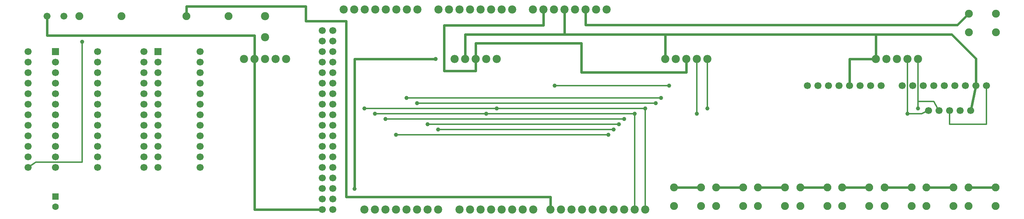
<source format=gbl>
G04 MADE WITH FRITZING*
G04 WWW.FRITZING.ORG*
G04 DOUBLE SIDED*
G04 HOLES PLATED*
G04 CONTOUR ON CENTER OF CONTOUR VECTOR*
%ASAXBY*%
%FSLAX23Y23*%
%MOIN*%
%OFA0B0*%
%SFA1.0B1.0*%
%ADD10C,0.039370*%
%ADD11C,0.066929*%
%ADD12C,0.062992*%
%ADD13C,0.075000*%
%ADD14C,0.066000*%
%ADD15C,0.078000*%
%ADD16R,0.066929X0.066929*%
%ADD17R,0.062992X0.062992*%
%ADD18C,0.012000*%
%ADD19C,0.024000*%
%LNCOPPER0*%
G90*
G70*
G54D10*
X5152Y1275D03*
X6237Y1273D03*
G54D11*
X7550Y1275D03*
X7650Y1275D03*
X7750Y1275D03*
X7850Y1275D03*
X7950Y1275D03*
X8050Y1275D03*
X8150Y1275D03*
X8250Y1275D03*
X7550Y1275D03*
X7650Y1275D03*
X7750Y1275D03*
X7850Y1275D03*
X7950Y1275D03*
X8050Y1275D03*
X8150Y1275D03*
X8250Y1275D03*
G54D10*
X6110Y1107D03*
X6160Y1157D03*
X3746Y1157D03*
X3846Y1106D03*
G54D11*
X8701Y1037D03*
X8801Y1037D03*
X8901Y1037D03*
X9001Y1037D03*
X9101Y1037D03*
X8701Y1037D03*
X8801Y1037D03*
X8901Y1037D03*
X9001Y1037D03*
X9101Y1037D03*
G54D10*
X4022Y1527D03*
X3250Y293D03*
G54D11*
X410Y1598D03*
X810Y1598D03*
X410Y1498D03*
X810Y1498D03*
X410Y1398D03*
X810Y1398D03*
X410Y1298D03*
X810Y1298D03*
X410Y1198D03*
X810Y1198D03*
X410Y1098D03*
X810Y1098D03*
X410Y998D03*
X810Y998D03*
X410Y898D03*
X810Y898D03*
X410Y798D03*
X810Y798D03*
X410Y698D03*
X810Y698D03*
X410Y598D03*
X810Y598D03*
X410Y498D03*
X810Y498D03*
X1385Y1598D03*
X1785Y1598D03*
X1385Y1498D03*
X1785Y1498D03*
X1385Y1398D03*
X1785Y1398D03*
X1385Y1298D03*
X1785Y1298D03*
X1385Y1198D03*
X1785Y1198D03*
X1385Y1098D03*
X1785Y1098D03*
X1385Y998D03*
X1785Y998D03*
X1385Y898D03*
X1785Y898D03*
X1385Y798D03*
X1785Y798D03*
X1385Y698D03*
X1785Y698D03*
X1385Y598D03*
X1785Y598D03*
X1385Y498D03*
X1785Y498D03*
G54D12*
X410Y222D03*
X410Y123D03*
G54D13*
X9340Y1782D03*
X9084Y1782D03*
X9340Y1959D03*
X9084Y1959D03*
G54D14*
X332Y1935D03*
X490Y1935D03*
X332Y1935D03*
X490Y1935D03*
X332Y1935D03*
X490Y1935D03*
G54D13*
X637Y1935D03*
X1037Y1935D03*
X637Y1935D03*
X1037Y1935D03*
G54D11*
X8451Y1274D03*
X8551Y1274D03*
X8651Y1274D03*
X8751Y1274D03*
X8851Y1274D03*
X8951Y1274D03*
X9051Y1274D03*
X9151Y1274D03*
X9251Y1274D03*
X8451Y1274D03*
X8551Y1274D03*
X8651Y1274D03*
X8751Y1274D03*
X8851Y1274D03*
X8951Y1274D03*
X9051Y1274D03*
X9151Y1274D03*
X9251Y1274D03*
G54D10*
X5910Y1007D03*
X6010Y1056D03*
X6502Y1006D03*
X6602Y1057D03*
X8602Y1056D03*
X8502Y1006D03*
X4602Y1056D03*
X4502Y1006D03*
X3346Y1056D03*
X3446Y1006D03*
X5760Y906D03*
X5710Y856D03*
X5810Y956D03*
X5661Y807D03*
X3546Y956D03*
X3646Y807D03*
X3946Y906D03*
X4046Y856D03*
G54D11*
X1250Y1598D03*
X1250Y1498D03*
X1250Y1398D03*
X1250Y1298D03*
X1250Y1198D03*
X1250Y1098D03*
X1250Y998D03*
X1250Y898D03*
X1250Y798D03*
X1250Y698D03*
X1250Y598D03*
X1250Y498D03*
X150Y1598D03*
X150Y1498D03*
X150Y1398D03*
X150Y1298D03*
X150Y1198D03*
X150Y1098D03*
X150Y998D03*
X150Y898D03*
X150Y798D03*
X150Y698D03*
X150Y598D03*
X150Y498D03*
G54D15*
X8202Y1528D03*
X8302Y1528D03*
X8402Y1528D03*
X8502Y1528D03*
X8602Y1528D03*
X6202Y1528D03*
X6302Y1528D03*
X6402Y1528D03*
X6502Y1528D03*
X6602Y1528D03*
X4202Y1527D03*
X4302Y1527D03*
X4402Y1527D03*
X4502Y1527D03*
X4602Y1527D03*
X2201Y1528D03*
X2301Y1528D03*
X2401Y1528D03*
X2501Y1528D03*
X2601Y1528D03*
G54D11*
X3045Y98D03*
X3045Y198D03*
X3045Y298D03*
X3045Y398D03*
X3045Y498D03*
X3045Y598D03*
X3045Y698D03*
X3045Y798D03*
X3045Y898D03*
X3045Y998D03*
X3045Y1098D03*
X3045Y1198D03*
X3045Y1298D03*
X3045Y1398D03*
X3045Y1498D03*
X3045Y1598D03*
X3045Y1698D03*
X3045Y1798D03*
X3045Y98D03*
X3045Y198D03*
X3045Y298D03*
X3045Y398D03*
X3045Y498D03*
X3045Y598D03*
X3045Y698D03*
X3045Y798D03*
X3045Y898D03*
X3045Y998D03*
X3045Y1098D03*
X3045Y1198D03*
X3045Y1298D03*
X3045Y1398D03*
X3045Y1498D03*
X3045Y1598D03*
X3045Y1698D03*
X3045Y1798D03*
X2945Y1798D03*
X2945Y1698D03*
X2945Y1598D03*
X2945Y1498D03*
X2945Y1398D03*
X2945Y1298D03*
X2945Y1198D03*
X2945Y1098D03*
X2945Y998D03*
X2945Y898D03*
X2945Y798D03*
X2945Y698D03*
X2945Y598D03*
X2945Y498D03*
X2945Y398D03*
X2945Y298D03*
X2945Y198D03*
X2945Y98D03*
G54D15*
X3848Y1996D03*
X3748Y1996D03*
X3648Y1996D03*
X3548Y1996D03*
X3448Y1996D03*
X3348Y1996D03*
X3248Y1996D03*
X3148Y1996D03*
X4747Y1996D03*
X4647Y1996D03*
X4547Y1996D03*
X4447Y1996D03*
X4347Y1996D03*
X4247Y1996D03*
X4147Y1996D03*
X4047Y1996D03*
X5645Y1996D03*
X5545Y1996D03*
X5445Y1996D03*
X5345Y1996D03*
X5245Y1996D03*
X5145Y1996D03*
X5045Y1996D03*
X4945Y1996D03*
X4046Y96D03*
X3946Y96D03*
X3846Y96D03*
X3746Y96D03*
X3646Y96D03*
X3546Y96D03*
X3446Y96D03*
X3346Y96D03*
X4949Y96D03*
X4849Y96D03*
X4749Y96D03*
X4649Y96D03*
X4549Y96D03*
X4449Y96D03*
X4349Y96D03*
X4249Y96D03*
X6010Y96D03*
X5910Y96D03*
X5810Y96D03*
X5710Y96D03*
X5610Y96D03*
X5510Y96D03*
X5410Y96D03*
X5310Y96D03*
X5210Y96D03*
X5110Y96D03*
G54D13*
X6540Y131D03*
X6284Y131D03*
X6540Y309D03*
X6284Y309D03*
X6940Y131D03*
X6684Y131D03*
X6940Y309D03*
X6684Y309D03*
X7339Y131D03*
X7083Y131D03*
X7339Y309D03*
X7083Y309D03*
X7740Y132D03*
X7484Y132D03*
X7740Y309D03*
X7484Y309D03*
X8139Y132D03*
X7883Y132D03*
X8139Y309D03*
X7883Y309D03*
X8540Y132D03*
X8284Y132D03*
X8540Y309D03*
X8284Y309D03*
X8939Y132D03*
X8683Y132D03*
X8939Y309D03*
X8683Y309D03*
X9339Y132D03*
X9083Y132D03*
X9339Y309D03*
X9083Y309D03*
G54D15*
X2401Y1734D03*
X2401Y1934D03*
X2401Y1734D03*
X2401Y1934D03*
G54D13*
X2056Y1933D03*
X1656Y1933D03*
X2056Y1933D03*
X1656Y1933D03*
G54D10*
X665Y1692D03*
G54D16*
X410Y1598D03*
X1385Y1598D03*
G54D17*
X410Y222D03*
G54D18*
X6224Y1273D02*
X5165Y1275D01*
G54D19*
D02*
X7950Y1528D02*
X7950Y1306D01*
D02*
X8171Y1528D02*
X7950Y1528D01*
G54D18*
D02*
X6097Y1107D02*
X3860Y1106D01*
D02*
X6146Y1157D02*
X3759Y1157D01*
G54D19*
D02*
X9145Y1244D02*
X9107Y1067D01*
G54D18*
D02*
X9251Y906D02*
X8901Y906D01*
D02*
X8901Y906D02*
X8901Y1012D01*
D02*
X9251Y1249D02*
X9251Y906D01*
D02*
X8602Y1123D02*
X8751Y1123D01*
D02*
X8751Y1123D02*
X8788Y1059D01*
D02*
X8602Y1070D02*
X8602Y1123D01*
D02*
X8636Y1006D02*
X8678Y1026D01*
D02*
X8516Y1006D02*
X8636Y1006D01*
G54D19*
D02*
X3250Y1527D02*
X3250Y312D01*
D02*
X4003Y1527D02*
X3250Y1527D01*
D02*
X2914Y98D02*
X2301Y98D01*
D02*
X2301Y98D02*
X2301Y1498D01*
D02*
X6511Y309D02*
X6312Y309D01*
D02*
X6911Y309D02*
X6712Y309D01*
D02*
X7311Y309D02*
X7112Y309D01*
D02*
X7711Y309D02*
X7513Y309D01*
D02*
X8111Y309D02*
X7912Y309D01*
D02*
X8511Y309D02*
X8313Y309D01*
D02*
X8910Y309D02*
X8712Y309D01*
D02*
X9311Y309D02*
X9112Y309D01*
D02*
X5445Y1850D02*
X5445Y1966D01*
D02*
X8975Y1850D02*
X5445Y1850D01*
D02*
X9063Y1939D02*
X8975Y1850D01*
D02*
X4302Y1760D02*
X5245Y1760D01*
D02*
X5245Y1760D02*
X5245Y1966D01*
D02*
X4302Y1557D02*
X4302Y1760D01*
D02*
X6202Y1761D02*
X6202Y1558D01*
D02*
X5245Y1761D02*
X6202Y1761D01*
D02*
X5245Y1966D02*
X5245Y1761D01*
D02*
X8202Y1761D02*
X8202Y1558D01*
D02*
X5245Y1761D02*
X8202Y1761D01*
D02*
X5245Y1966D02*
X5245Y1761D01*
D02*
X2301Y1750D02*
X332Y1750D01*
D02*
X332Y1750D02*
X332Y1909D01*
D02*
X2301Y1558D02*
X2301Y1750D01*
D02*
X5110Y217D02*
X5110Y126D01*
D02*
X3170Y217D02*
X5110Y217D01*
D02*
X3170Y1887D02*
X3170Y217D01*
D02*
X2789Y1887D02*
X3170Y1887D01*
D02*
X2789Y2028D02*
X2789Y1887D01*
D02*
X1656Y2028D02*
X2789Y2028D01*
D02*
X1656Y1962D02*
X1656Y2028D01*
G54D18*
D02*
X5910Y993D02*
X5910Y120D01*
D02*
X6010Y1043D02*
X6010Y120D01*
D02*
X5896Y1007D02*
X4516Y1006D01*
D02*
X5997Y1056D02*
X4615Y1056D01*
D02*
X6602Y1070D02*
X6602Y1503D01*
D02*
X6502Y1020D02*
X6502Y1503D01*
D02*
X8602Y1070D02*
X8602Y1503D01*
D02*
X8502Y1020D02*
X8502Y1503D01*
G54D19*
D02*
X4402Y1678D02*
X4402Y1557D01*
D02*
X5404Y1678D02*
X4402Y1678D01*
D02*
X5406Y1401D02*
X5404Y1678D01*
D02*
X6402Y1401D02*
X5406Y1401D01*
D02*
X6402Y1498D02*
X6402Y1401D01*
D02*
X4402Y1415D02*
X4100Y1415D01*
D02*
X4100Y1415D02*
X4100Y1848D01*
X4100Y1848D02*
X5045Y1848D01*
X5045Y1848D02*
X5045Y1966D01*
D02*
X4402Y1497D02*
X4402Y1415D01*
D02*
X9151Y1530D02*
X9151Y1305D01*
D02*
X8920Y1761D02*
X9151Y1530D01*
D02*
X8202Y1761D02*
X8920Y1761D01*
D02*
X8202Y1558D02*
X8202Y1761D01*
G54D18*
D02*
X4588Y1056D02*
X3360Y1056D01*
D02*
X4489Y1006D02*
X3460Y1006D01*
D02*
X5746Y906D02*
X3960Y906D01*
D02*
X5796Y956D02*
X3560Y956D01*
D02*
X5696Y856D02*
X4060Y856D01*
D02*
X5647Y807D02*
X3660Y807D01*
D02*
X665Y548D02*
X665Y1678D01*
D02*
X225Y548D02*
X665Y548D01*
D02*
X171Y512D02*
X225Y548D01*
G04 End of Copper0*
M02*
</source>
